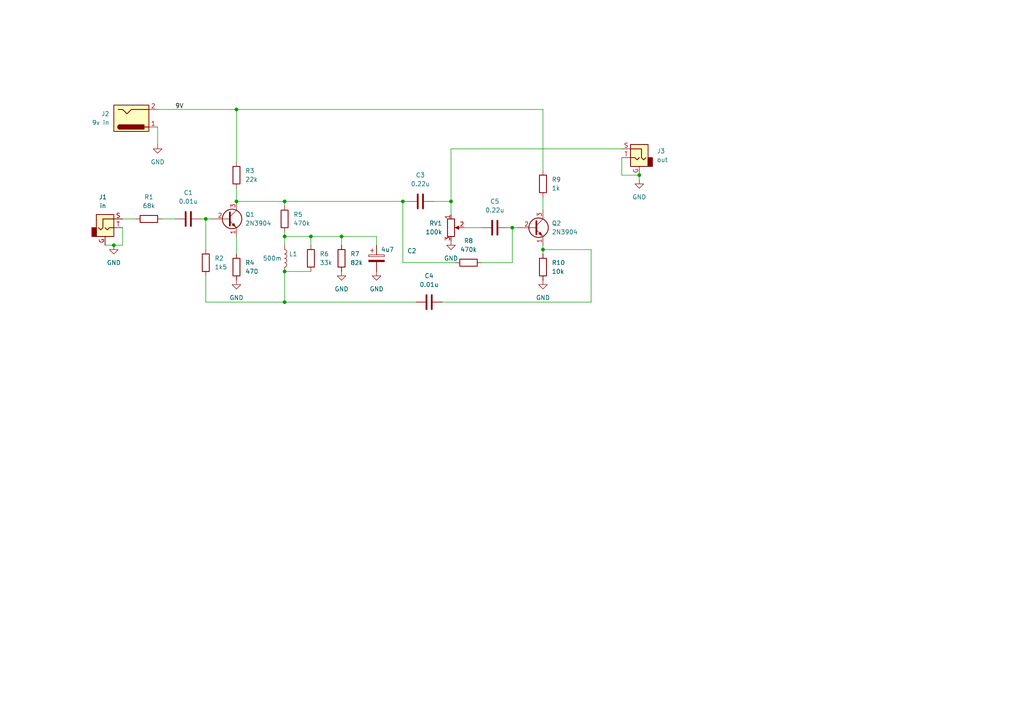
<source format=kicad_sch>
(kicad_sch (version 20211123) (generator eeschema)
  (paper "A4")
  (lib_symbols
    (symbol "Connector:AudioJack2_Ground"
      (property "Reference" "J" (at 0 8.89 0))
      (property "Value" "AudioJack2_Ground" (at 0 6.35 0))
      (symbol "AudioJack2_Ground_0_1"
        (rectangle (start -2.54 -2.54) (end -3.81 0) (stroke (width 0.254)) (fill (type outline)))
        (polyline (pts (xy 0 0) (xy 0.635 -0.635) (xy 1.27 0) (xy 2.54 0)) (stroke (width 0.254)))
        (polyline (pts (xy 2.54 2.54) (xy -0.635 2.54) (xy -0.635 0) (xy -1.27 -0.635) (xy -1.905 0)) (stroke (width 0.254)))
        (rectangle (start 2.54 3.81) (end -2.54 -2.54) (stroke (width 0.254)) (fill (type background)))
      )
      (symbol "AudioJack2_Ground_1_1"
        (pin passive line (at 0 -5.08 90) (length 2.54) (name "~") (number "G"))
        (pin passive line (at 5.08 2.54 180) (length 2.54) (name "~") (number "S"))
        (pin passive line (at 5.08 0 180) (length 2.54) (name "~") (number "T"))
      )
    )
    (symbol "Connector:Jack-DC" (pin_names (offset 1.016))
      (property "Reference" "J" (at 0 5.334 0))
      (property "Value" "Jack-DC" (at 0 -5.08 0))
      (symbol "Jack-DC_0_1"
        (rectangle (start -5.08 3.81) (end 5.08 -3.81) (stroke (width 0.254)) (fill (type background)))
        (arc (start -3.302 3.175) (mid -3.937 2.54) (end -3.302 1.905) (stroke (width 0.254)))
        (arc (start -3.302 3.175) (mid -3.937 2.54) (end -3.302 1.905) (stroke (width 0.254)) (fill (type outline)))
        (polyline (pts (xy 5.08 2.54) (xy 3.81 2.54)) (stroke (width 0.254)))
        (polyline (pts (xy -3.81 -2.54) (xy -2.54 -2.54) (xy -1.27 -1.27) (xy 0 -2.54) (xy 2.54 -2.54) (xy 5.08 -2.54)) (stroke (width 0.254)))
        (rectangle (start 3.683 3.175) (end -3.302 1.905) (stroke (width 0.254)) (fill (type outline)))
      )
      (symbol "Jack-DC_1_1"
        (pin passive line (at 7.62 2.54 180) (length 2.54) (name "~") (number "1"))
        (pin passive line (at 7.62 -2.54 180) (length 2.54) (name "~") (number "2"))
      )
    )
    (symbol "Device:C" (pin_numbers hide) (pin_names (offset 0.254))
      (property "Reference" "C" (at 0.635 2.54 0))
      (property "Value" "C" (at 0.635 -2.54 0))
      (symbol "C_0_1"
        (polyline (pts (xy -2.032 -0.762) (xy 2.032 -0.762)) (stroke (width 0.508)))
        (polyline (pts (xy -2.032 0.762) (xy 2.032 0.762)) (stroke (width 0.508)))
      )
      (symbol "C_1_1"
        (pin passive line (at 0 3.81 270) (length 2.794) (name "~") (number "1"))
        (pin passive line (at 0 -3.81 90) (length 2.794) (name "~") (number "2"))
      )
    )
    (symbol "Device:C_Polarized" (pin_numbers hide) (pin_names (offset 0.254))
      (property "Reference" "C" (at 0.635 2.54 0))
      (property "Value" "C_Polarized" (at 0.635 -2.54 0))
      (symbol "C_Polarized_0_1"
        (rectangle (start -2.286 0.508) (end 2.286 1.016))
        (polyline (pts (xy -1.778 2.286) (xy -0.762 2.286)))
        (polyline (pts (xy -1.27 2.794) (xy -1.27 1.778)))
        (rectangle (start 2.286 -0.508) (end -2.286 -1.016) (fill (type outline)))
      )
      (symbol "C_Polarized_1_1"
        (pin passive line (at 0 3.81 270) (length 2.794) (name "~") (number "1"))
        (pin passive line (at 0 -3.81 90) (length 2.794) (name "~") (number "2"))
      )
    )
    (symbol "Device:L" (pin_numbers hide) (pin_names (offset 1.016) hide)
      (property "Reference" "L" (at -1.27 0 90))
      (property "Value" "L" (at 1.905 0 90))
      (symbol "L_0_1"
        (arc (start 0 -2.54) (mid 0.635 -1.905) (end 0 -1.27))
        (arc (start 0 -1.27) (mid 0.635 -0.635) (end 0 0))
        (arc (start 0 0) (mid 0.635 0.635) (end 0 1.27))
        (arc (start 0 1.27) (mid 0.635 1.905) (end 0 2.54))
      )
      (symbol "L_1_1"
        (pin passive line (at 0 3.81 270) (length 1.27) (name "1") (number "1"))
        (pin passive line (at 0 -3.81 90) (length 1.27) (name "2") (number "2"))
      )
    )
    (symbol "Device:R" (pin_numbers hide) (pin_names (offset 0))
      (property "Reference" "R" (at 2.032 0 90))
      (property "Value" "R" (at 0 0 90))
      (symbol "R_0_1"
        (rectangle (start -1.016 -2.54) (end 1.016 2.54) (stroke (width 0.254)))
      )
      (symbol "R_1_1"
        (pin passive line (at 0 3.81 270) (length 1.27) (name "~") (number "1"))
        (pin passive line (at 0 -3.81 90) (length 1.27) (name "~") (number "2"))
      )
    )
    (symbol "Device:R_Potentiometer" (pin_names (offset 1.016) hide)
      (property "Reference" "RV" (at -4.445 0 90))
      (property "Value" "R_Potentiometer" (at -2.54 0 90))
      (symbol "R_Potentiometer_0_1"
        (polyline (pts (xy 2.54 0) (xy 1.524 0)))
        (polyline (pts (xy 1.143 0) (xy 2.286 0.508) (xy 2.286 -0.508) (xy 1.143 0)) (fill (type outline)))
        (rectangle (start 1.016 2.54) (end -1.016 -2.54) (stroke (width 0.254)))
      )
      (symbol "R_Potentiometer_1_1"
        (pin passive line (at 0 3.81 270) (length 1.27) (name "1") (number "1"))
        (pin passive line (at 3.81 0 180) (length 1.27) (name "2") (number "2"))
        (pin passive line (at 0 -3.81 90) (length 1.27) (name "3") (number "3"))
      )
    )
    (symbol "Transistor_BJT:2N3904" (pin_names (offset 0) hide)
      (property "Reference" "Q" (at 5.08 1.905 0))
      (property "Value" "2N3904" (at 5.08 0 0))
      (symbol "2N3904_0_1"
        (polyline (pts (xy 0.635 0.635) (xy 2.54 2.54)))
        (polyline (pts (xy 0.635 -0.635) (xy 2.54 -2.54) (xy 2.54 -2.54)))
        (polyline (pts (xy 0.635 1.905) (xy 0.635 -1.905) (xy 0.635 -1.905)) (stroke (width 0.508)))
        (polyline (pts (xy 1.27 -1.778) (xy 1.778 -1.27) (xy 2.286 -2.286) (xy 1.27 -1.778) (xy 1.27 -1.778)) (fill (type outline)))
        (circle (center 1.27 0) (radius 2.8194) (stroke (width 0.254)))
      )
      (symbol "2N3904_1_1"
        (pin passive line (at 2.54 -5.08 90) (length 2.54) (name "E") (number "1"))
        (pin passive line (at -5.08 0 0) (length 5.715) (name "B") (number "2"))
        (pin passive line (at 2.54 5.08 270) (length 2.54) (name "C") (number "3"))
      )
    )
    (symbol "power:GND" (power) (pin_names (offset 0))
      (property "Value" "GND" (at 0 -3.81 0))
      (symbol "GND_0_1"
        (polyline (pts (xy 0 0) (xy 0 -1.27) (xy 1.27 -1.27) (xy 0 -2.54) (xy -1.27 -1.27) (xy 0 -1.27)))
      )
      (symbol "GND_1_1"
        (pin power_in line (at 0 0 270) (length 0) hide (name "GND") (number "1"))
      )
    )
  )
  (junction (at 90.17 68.58))
  (junction (at 82.55 78.74))
  (junction (at 33.02 71.12))
  (junction (at 157.48 72.39))
  (junction (at 130.81 58.42))
  (junction (at 116.84 58.42))
  (junction (at 99.06 68.58))
  (junction (at 82.55 58.42))
  (junction (at 59.69 63.5))
  (junction (at 68.58 31.75))
  (junction (at 148.59 66.04))
  (junction (at 82.55 87.63))
  (junction (at 82.55 68.58))
  (junction (at 68.58 58.42))
  (junction (at 185.42 50.8))
  (wire (pts (xy 118.11 58.42) (xy 116.84 58.42)))
  (wire (pts (xy 82.55 87.63) (xy 120.65 87.63)))
  (wire (pts (xy 82.55 58.42) (xy 116.84 58.42)))
  (wire (pts (xy 171.45 72.39) (xy 171.45 87.63)))
  (wire (pts (xy 68.58 54.61) (xy 68.58 58.42)))
  (wire (pts (xy 68.58 31.75) (xy 68.58 46.99)))
  (wire (pts (xy 82.55 58.42) (xy 82.55 59.69)))
  (wire (pts (xy 35.56 66.04) (xy 35.56 71.12)))
  (wire (pts (xy 171.45 87.63) (xy 128.27 87.63)))
  (wire (pts (xy 82.55 67.31) (xy 82.55 68.58)))
  (wire (pts (xy 116.84 76.2) (xy 132.08 76.2)))
  (wire (pts (xy 82.55 68.58) (xy 82.55 71.12)))
  (wire (pts (xy 82.55 58.42) (xy 68.58 58.42)))
  (wire (pts (xy 45.72 31.75) (xy 68.58 31.75)))
  (wire (pts (xy 185.42 52.07) (xy 185.42 50.8)))
  (wire (pts (xy 148.59 66.04) (xy 149.86 66.04)))
  (wire (pts (xy 99.06 68.58) (xy 109.22 68.58)))
  (wire (pts (xy 58.42 63.5) (xy 59.69 63.5)))
  (wire (pts (xy 68.58 68.58) (xy 68.58 73.66)))
  (wire (pts (xy 125.73 58.42) (xy 130.81 58.42)))
  (wire (pts (xy 139.7 76.2) (xy 148.59 76.2)))
  (wire (pts (xy 90.17 68.58) (xy 99.06 68.58)))
  (wire (pts (xy 35.56 71.12) (xy 33.02 71.12)))
  (wire (pts (xy 134.62 66.04) (xy 139.7 66.04)))
  (wire (pts (xy 68.58 31.75) (xy 157.48 31.75)))
  (wire (pts (xy 33.02 71.12) (xy 30.48 71.12)))
  (wire (pts (xy 180.34 45.72) (xy 180.34 50.8)))
  (wire (pts (xy 59.69 63.5) (xy 59.69 72.39)))
  (wire (pts (xy 157.48 31.75) (xy 157.48 49.53)))
  (wire (pts (xy 130.81 43.18) (xy 130.81 58.42)))
  (wire (pts (xy 59.69 87.63) (xy 82.55 87.63)))
  (wire (pts (xy 116.84 58.42) (xy 116.84 76.2)))
  (wire (pts (xy 46.99 63.5) (xy 50.8 63.5)))
  (wire (pts (xy 147.32 66.04) (xy 148.59 66.04)))
  (wire (pts (xy 82.55 78.74) (xy 90.17 78.74)))
  (wire (pts (xy 157.48 72.39) (xy 157.48 73.66)))
  (wire (pts (xy 180.34 50.8) (xy 185.42 50.8)))
  (wire (pts (xy 82.55 78.74) (xy 82.55 87.63)))
  (wire (pts (xy 109.22 68.58) (xy 109.22 71.12)))
  (wire (pts (xy 82.55 68.58) (xy 90.17 68.58)))
  (wire (pts (xy 157.48 57.15) (xy 157.48 60.96)))
  (wire (pts (xy 180.34 43.18) (xy 130.81 43.18)))
  (wire (pts (xy 157.48 71.12) (xy 157.48 72.39)))
  (wire (pts (xy 130.81 58.42) (xy 130.81 62.23)))
  (wire (pts (xy 99.06 68.58) (xy 99.06 71.12)))
  (wire (pts (xy 45.72 36.83) (xy 45.72 41.91)))
  (wire (pts (xy 90.17 68.58) (xy 90.17 71.12)))
  (wire (pts (xy 35.56 63.5) (xy 39.37 63.5)))
  (wire (pts (xy 59.69 63.5) (xy 60.96 63.5)))
  (wire (pts (xy 157.48 72.39) (xy 171.45 72.39)))
  (wire (pts (xy 148.59 76.2) (xy 148.59 66.04)))
  (wire (pts (xy 59.69 80.01) (xy 59.69 87.63)))
  (label "9V" (at 50.8 31.75 0))
  (symbol (lib_id "power:GND") (at 33.02 71.12 0) (unit 1)
    (property "Reference" "#PWR0101" (effects hide))
    (property "Value" "GND" (at 33.02 76.2 0))
  )
  (symbol (lib_id "Device:R") (at 68.58 77.47 180) (unit 1)
    (property "Reference" "R4" (at 71.12 76.1999 0) (effects (justify right)))
    (property "Value" "470" (at 71.12 78.7399 0) (effects (justify right)))
    (property "Footprint" "Resistor_THT:R_Axial_DIN0207_L6.3mm_D2.5mm_P10.16mm_Horizontal" (effects hide))
  )
  (symbol (lib_id "Device:L") (at 82.55 74.93 0) (unit 1)
    (property "Reference" "L1" (at 83.82 73.6599 0) (effects (justify left)))
    (property "Value" "500m" (at 76.2 74.93 0) (effects (justify left)))
    (property "Footprint" "Inductor_THT:L_Axial_L24.0mm_D7.1mm_P5.08mm_Vertical_Vishay_IM-10-28" (effects hide))
  )
  (symbol (lib_id "Device:R_Potentiometer") (at 130.81 66.04 0) (unit 1)
    (property "Reference" "RV1" (at 128.27 64.7699 0) (effects (justify right)))
    (property "Value" "100k" (at 128.27 67.3099 0) (effects (justify right)))
    (property "Footprint" "Potentiometer_THT:Potentiometer_ACP_CA9-H5_Horizontal" (effects hide))
  )
  (symbol (lib_id "Device:C") (at 54.61 63.5 90) (unit 1)
    (property "Reference" "C1" (at 54.61 55.88 90))
    (property "Value" "0.01u" (at 54.61 58.42 90))
    (property "Footprint" "Capacitor_THT:CP_Axial_L10.0mm_D4.5mm_P15.00mm_Horizontal" (effects hide))
  )
  (symbol (lib_id "Device:R") (at 90.17 74.93 180) (unit 1)
    (property "Reference" "R6" (at 92.71 73.6599 0) (effects (justify right)))
    (property "Value" "33k" (at 92.71 76.1999 0) (effects (justify right)))
    (property "Footprint" "Resistor_THT:R_Axial_DIN0207_L6.3mm_D2.5mm_P10.16mm_Horizontal" (effects hide))
  )
  (symbol (lib_id "power:GND") (at 99.06 78.74 0) (unit 1)
    (property "Reference" "#PWR0107" (effects hide))
    (property "Value" "GND" (at 99.06 83.82 0))
  )
  (symbol (lib_id "Device:R") (at 99.06 74.93 180) (unit 1)
    (property "Reference" "R7" (at 101.6 73.6599 0) (effects (justify right)))
    (property "Value" "82k" (at 101.6 76.1999 0) (effects (justify right)))
    (property "Footprint" "Resistor_THT:R_Axial_DIN0207_L6.3mm_D2.5mm_P10.16mm_Horizontal" (effects hide))
  )
  (symbol (lib_id "Connector:AudioJack2_Ground") (at 30.48 66.04 0) (unit 1)
    (property "Reference" "J1" (at 29.845 57.15 0))
    (property "Value" "in" (at 29.845 59.69 0))
    (property "Footprint" "Connector_Audio:Jack_3.5mm_Lumberg_1503_07_Horizontal" (effects hide))
  )
  (symbol (lib_id "Device:R") (at 82.55 63.5 180) (unit 1)
    (property "Reference" "R5" (at 85.09 62.2299 0) (effects (justify right)))
    (property "Value" "470k" (at 85.09 64.7699 0) (effects (justify right)))
    (property "Footprint" "Resistor_THT:R_Axial_DIN0207_L6.3mm_D2.5mm_P10.16mm_Horizontal" (effects hide))
  )
  (symbol (lib_id "Connector:Jack-DC") (at 38.1 34.29 0) (mirror x) (unit 1)
    (property "Reference" "J2" (at 31.75 33.0199 0) (effects (justify right)))
    (property "Value" "9v in" (at 31.75 35.5599 0) (effects (justify right)))
    (property "Footprint" "Connector_BarrelJack:BarrelJack_Horizontal" (effects hide))
  )
  (symbol (lib_id "Device:C") (at 121.92 58.42 90) (unit 1)
    (property "Reference" "C3" (at 121.92 50.8 90))
    (property "Value" "0.22u" (at 121.92 53.34 90))
    (property "Footprint" "Capacitor_THT:CP_Axial_L10.0mm_D4.5mm_P15.00mm_Horizontal" (effects hide))
  )
  (symbol (lib_id "power:GND") (at 68.58 81.28 0) (unit 1)
    (property "Reference" "#PWR0106" (effects hide))
    (property "Value" "GND" (at 68.58 86.36 0))
  )
  (symbol (lib_id "Device:R") (at 157.48 77.47 180) (unit 1)
    (property "Reference" "R10" (at 160.02 76.1999 0) (effects (justify right)))
    (property "Value" "10k" (at 160.02 78.7399 0) (effects (justify right)))
    (property "Footprint" "Resistor_THT:R_Axial_DIN0207_L6.3mm_D2.5mm_P10.16mm_Horizontal" (effects hide))
  )
  (symbol (lib_id "Device:C") (at 124.46 87.63 90) (unit 1)
    (property "Reference" "C4" (at 124.46 80.01 90))
    (property "Value" "0.01u" (at 124.46 82.55 90))
    (property "Footprint" "Capacitor_THT:CP_Axial_L10.0mm_D4.5mm_P15.00mm_Horizontal" (effects hide))
  )
  (symbol (lib_id "Transistor_BJT:2N3904") (at 154.94 66.04 0) (unit 1)
    (property "Reference" "Q2" (at 160.02 64.7699 0) (effects (justify left)))
    (property "Value" "2N3904" (at 160.02 67.3099 0) (effects (justify left)))
    (property "Footprint" "Package_TO_SOT_THT:TO-92_Inline" (effects hide))
    (property "Datasheet" "https://www.onsemi.com/pub/Collateral/2N3903-D.PDF" (effects hide))
  )
  (symbol (lib_id "power:GND") (at 45.72 41.91 0) (unit 1)
    (property "Reference" "#PWR0102" (effects hide))
    (property "Value" "GND" (at 45.72 46.99 0))
  )
  (symbol (lib_id "power:GND") (at 185.42 52.07 0) (unit 1)
    (property "Reference" "#PWR0105" (effects hide))
    (property "Value" "GND" (at 185.42 57.15 0))
  )
  (symbol (lib_id "power:GND") (at 130.81 69.85 0) (unit 1)
    (property "Reference" "#PWR0103" (effects hide))
    (property "Value" "GND" (at 130.81 74.93 0))
  )
  (symbol (lib_id "Device:R") (at 135.89 76.2 270) (unit 1)
    (property "Reference" "R8" (at 135.89 69.85 90))
    (property "Value" "470k" (at 135.89 72.39 90))
    (property "Footprint" "Resistor_THT:R_Axial_DIN0207_L6.3mm_D2.5mm_P10.16mm_Horizontal" (effects hide))
  )
  (symbol (lib_id "Transistor_BJT:2N3904") (at 66.04 63.5 0) (unit 1)
    (property "Reference" "Q1" (at 71.12 62.2299 0) (effects (justify left)))
    (property "Value" "2N3904" (at 71.12 64.7699 0) (effects (justify left)))
    (property "Footprint" "Package_TO_SOT_THT:TO-92_Inline" (effects hide))
    (property "Datasheet" "https://www.onsemi.com/pub/Collateral/2N3903-D.PDF" (effects hide))
  )
  (symbol (lib_id "Device:R") (at 59.69 76.2 180) (unit 1)
    (property "Reference" "R2" (at 62.23 74.9299 0) (effects (justify right)))
    (property "Value" "1k5" (at 62.23 77.4699 0) (effects (justify right)))
    (property "Footprint" "Resistor_THT:R_Axial_DIN0207_L6.3mm_D2.5mm_P10.16mm_Horizontal" (effects hide))
  )
  (symbol (lib_id "Device:R") (at 43.18 63.5 90) (unit 1)
    (property "Reference" "R1" (at 43.18 57.15 90))
    (property "Value" "68k" (at 43.18 59.69 90))
    (property "Footprint" "Resistor_THT:R_Axial_DIN0207_L6.3mm_D2.5mm_P10.16mm_Horizontal" (effects hide))
  )
  (symbol (lib_id "Device:R") (at 68.58 50.8 180) (unit 1)
    (property "Reference" "R3" (at 71.12 49.5299 0) (effects (justify right)))
    (property "Value" "22k" (at 71.12 52.0699 0) (effects (justify right)))
    (property "Footprint" "Resistor_THT:R_Axial_DIN0207_L6.3mm_D2.5mm_P10.16mm_Horizontal" (effects hide))
  )
  (symbol (lib_id "Device:R") (at 157.48 53.34 180) (unit 1)
    (property "Reference" "R9" (at 160.02 52.0699 0) (effects (justify right)))
    (property "Value" "1k" (at 160.02 54.6099 0) (effects (justify right)))
    (property "Footprint" "Resistor_THT:R_Axial_DIN0207_L6.3mm_D2.5mm_P10.16mm_Horizontal" (effects hide))
  )
  (symbol (lib_id "power:GND") (at 109.22 78.74 0) (unit 1)
    (property "Reference" "#PWR0108" (effects hide))
    (property "Value" "GND" (at 109.22 83.82 0))
  )
  (symbol (lib_id "power:GND") (at 157.48 81.28 0) (unit 1)
    (property "Reference" "#PWR0104" (effects hide))
    (property "Value" "GND" (at 157.48 86.36 0))
  )
  (symbol (lib_id "Device:C_Polarized") (at 109.22 74.93 0) (unit 1)
    (property "Reference" "C2" (at 118.11 72.7709 0) (effects (justify left)))
    (property "Value" "4u7" (at 110.49 72.39 0) (effects (justify left)))
    (property "Footprint" "Capacitor_THT:CP_Axial_L10.0mm_D4.5mm_P15.00mm_Horizontal" (effects hide))
  )
  (symbol (lib_id "Device:C") (at 143.51 66.04 90) (unit 1)
    (property "Reference" "C5" (at 143.51 58.42 90))
    (property "Value" "0.22u" (at 143.51 60.96 90))
    (property "Footprint" "Capacitor_THT:CP_Axial_L10.0mm_D4.5mm_P15.00mm_Horizontal" (effects hide))
  )
  (symbol (lib_id "Connector:AudioJack2_Ground") (at 185.42 45.72 0) (mirror y) (unit 1)
    (property "Reference" "J3" (at 190.5 43.8149 0) (effects (justify right)))
    (property "Value" "out" (at 190.5 46.3549 0) (effects (justify right)))
    (property "Footprint" "Connector_Audio:Jack_3.5mm_Lumberg_1503_07_Horizontal" (effects hide))
  )
)
</source>
